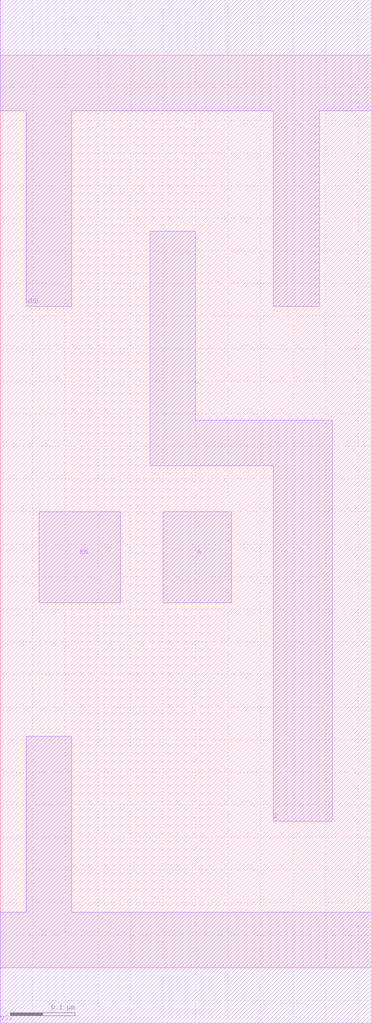
<source format=lef>
# 
# ******************************************************************************
# *                                                                            *
# *                   Copyright (C) 2004-2011, Nangate Inc.                    *
# *                           All rights reserved.                             *
# *                                                                            *
# * Nangate and the Nangate logo are trademarks of Nangate Inc.                *
# *                                                                            *
# * All trademarks, logos, software marks, and trade names (collectively the   *
# * "Marks") in this program are proprietary to Nangate or other respective    *
# * owners that have granted Nangate the right and license to use such Marks.  *
# * You are not permitted to use the Marks without the prior written consent   *
# * of Nangate or such third party that may own the Marks.                     *
# *                                                                            *
# * This file has been provided pursuant to a License Agreement containing     *
# * restrictions on its use. This file contains valuable trade secrets and     *
# * proprietary information of Nangate Inc., and is protected by U.S. and      *
# * international laws and/or treaties.                                        *
# *                                                                            *
# * The copyright notice(s) in this file does not indicate actual or intended  *
# * publication of this file.                                                  *
# *                                                                            *
# *     NGLibraryCreator, v2010.08-HR32-SP3-2010-08-05 - build 1009061800      *
# *                                                                            *
# ******************************************************************************
# 
# 
# Running on server08.nangate.com for user Giancarlo Franciscatto (gfr).
# Local time is now Thu, 6 Jan 2011, 18:10:28.
# Main process id is 3320.

VERSION 5.6 ;
BUSBITCHARS "[]" ;
DIVIDERCHAR "/" ;

MACRO ISO_FENCE1N_X2
  CLASS core ;
  FOREIGN ISO_FENCE1N_X2 0.0 0.0 ;
  ORIGIN 0 0 ;
  SYMMETRY X Y ;
  SITE FreePDK45_38x28_10R_NP_162NW_34O ;
  SIZE 0.57 BY 1.4 ;
  PIN A
    DIRECTION INPUT ;
    ANTENNAPARTIALMETALAREA 0.0147 LAYER metal1 ;
    ANTENNAPARTIALMETALSIDEAREA 0.0637 LAYER metal1 ;
    ANTENNAGATEAREA 0.03875 ;
    PORT
      LAYER metal1 ;
        POLYGON 0.25 0.56 0.355 0.56 0.355 0.7 0.25 0.7  ;
    END
  END A
  PIN EN
    DIRECTION INPUT ;
    ANTENNAPARTIALMETALAREA 0.0175 LAYER metal1 ;
    ANTENNAPARTIALMETALSIDEAREA 0.0689 LAYER metal1 ;
    ANTENNAGATEAREA 0.03875 ;
    PORT
      LAYER metal1 ;
        POLYGON 0.06 0.56 0.185 0.56 0.185 0.7 0.06 0.7  ;
    END
  END EN
  PIN Z
    DIRECTION OUTPUT ;
    ANTENNAPARTIALMETALAREA 0.08895 LAYER metal1 ;
    ANTENNAPARTIALMETALSIDEAREA 0.3081 LAYER metal1 ;
    ANTENNADIFFAREA 0.0959 ;
    PORT
      LAYER metal1 ;
        POLYGON 0.23 0.77 0.42 0.77 0.42 0.225 0.51 0.225 0.51 0.84 0.3 0.84 0.3 1.13 0.23 1.13  ;
    END
  END Z
  PIN VDD
    DIRECTION INOUT ;
    USE power ;
    SHAPE ABUTMENT ;
    PORT
      LAYER metal1 ;
        POLYGON 0 1.315 0.04 1.315 0.04 1.015 0.11 1.015 0.11 1.315 0.42 1.315 0.42 1.015 0.49 1.015 0.49 1.315 0.57 1.315 0.57 1.485 0 1.485  ;
    END
  END VDD
  PIN VSS
    DIRECTION INOUT ;
    USE ground ;
    SHAPE ABUTMENT ;
    PORT
      LAYER metal1 ;
        POLYGON 0 -0.085 0.57 -0.085 0.57 0.085 0.11 0.085 0.11 0.355 0.04 0.355 0.04 0.085 0 0.085  ;
    END
  END VSS
END ISO_FENCE1N_X2

END LIBRARY
#
# End of file
#

</source>
